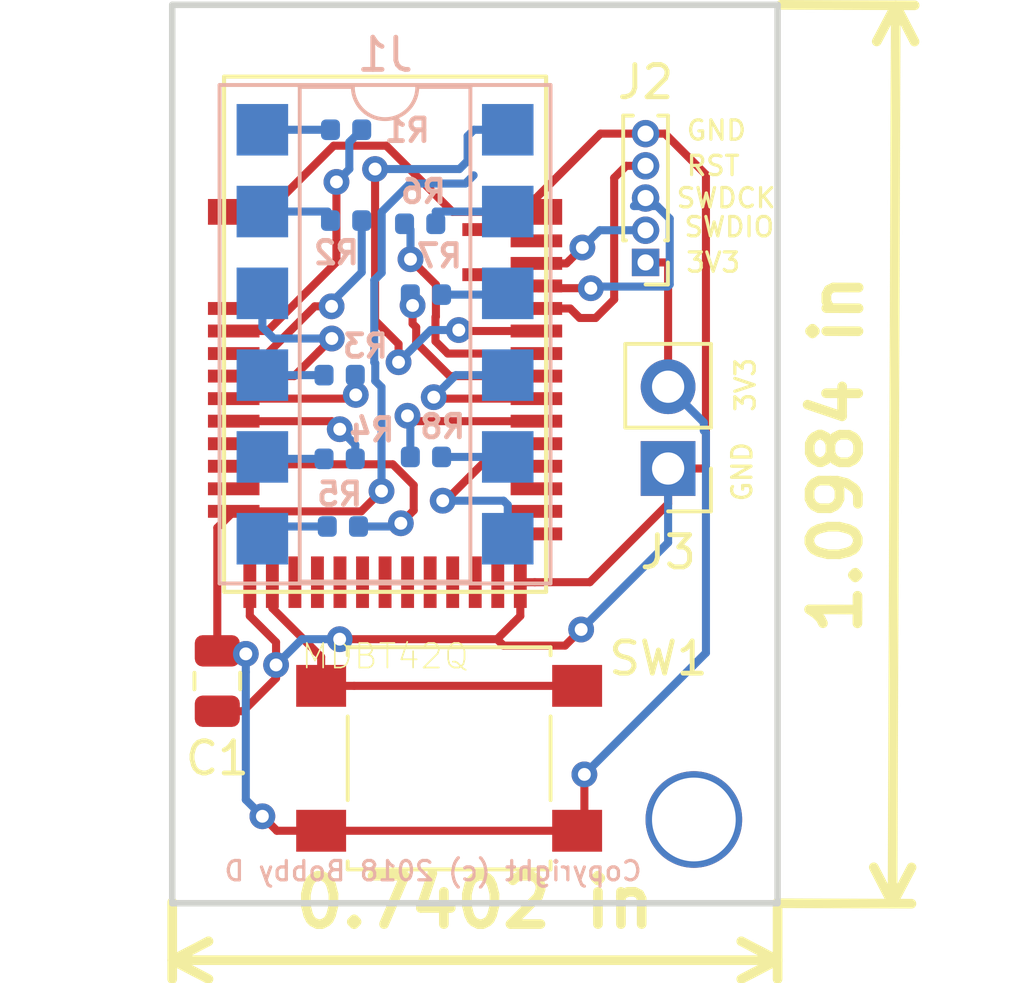
<source format=kicad_pcb>
(kicad_pcb (version 20171130) (host pcbnew "(5.0.0-3-g5ebb6b6)")

  (general
    (thickness 0.8)
    (drawings 14)
    (tracks 209)
    (zones 0)
    (modules 14)
    (nets 27)
  )

  (page A4)
  (layers
    (0 F.Cu signal)
    (31 B.Cu signal)
    (32 B.Adhes user)
    (33 F.Adhes user)
    (34 B.Paste user)
    (35 F.Paste user)
    (36 B.SilkS user)
    (37 F.SilkS user)
    (38 B.Mask user)
    (39 F.Mask user)
    (40 Dwgs.User user)
    (41 Cmts.User user)
    (42 Eco1.User user)
    (43 Eco2.User user)
    (44 Edge.Cuts user)
    (45 Margin user)
    (46 B.CrtYd user)
    (47 F.CrtYd user)
    (48 B.Fab user)
    (49 F.Fab user)
  )

  (setup
    (last_trace_width 0.25)
    (trace_clearance 0.2)
    (zone_clearance 0.508)
    (zone_45_only no)
    (trace_min 0.2)
    (segment_width 0.2)
    (edge_width 0.15)
    (via_size 0.8)
    (via_drill 0.4)
    (via_min_size 0.4)
    (via_min_drill 0.3)
    (uvia_size 0.3)
    (uvia_drill 0.1)
    (uvias_allowed no)
    (uvia_min_size 0.2)
    (uvia_min_drill 0.1)
    (pcb_text_width 0.3)
    (pcb_text_size 1.5 1.5)
    (mod_edge_width 0.15)
    (mod_text_size 1 1)
    (mod_text_width 0.15)
    (pad_size 1.524 1.524)
    (pad_drill 0.762)
    (pad_to_mask_clearance 0.2)
    (aux_axis_origin 0 0)
    (visible_elements FFFDFF7F)
    (pcbplotparams
      (layerselection 0x010fc_ffffffff)
      (usegerberextensions false)
      (usegerberattributes false)
      (usegerberadvancedattributes false)
      (creategerberjobfile false)
      (excludeedgelayer true)
      (linewidth 0.100000)
      (plotframeref false)
      (viasonmask false)
      (mode 1)
      (useauxorigin false)
      (hpglpennumber 1)
      (hpglpenspeed 20)
      (hpglpendiameter 15.000000)
      (psnegative false)
      (psa4output false)
      (plotreference true)
      (plotvalue true)
      (plotinvisibletext false)
      (padsonsilk false)
      (subtractmaskfromsilk false)
      (outputformat 4)
      (mirror false)
      (drillshape 0)
      (scaleselection 1)
      (outputdirectory "./"))
  )

  (net 0 "")
  (net 1 /K1)
  (net 2 /Ag)
  (net 3 /Ae)
  (net 4 /Ad)
  (net 5 /Ac)
  (net 6 /Af)
  (net 7 /K3)
  (net 8 /K2)
  (net 9 /A.)
  (net 10 /Ab)
  (net 11 /K4)
  (net 12 /Aa)
  (net 13 "Net-(R1-Pad1)")
  (net 14 "Net-(R2-Pad1)")
  (net 15 "Net-(R3-Pad1)")
  (net 16 "Net-(R4-Pad1)")
  (net 17 "Net-(R5-Pad1)")
  (net 18 "Net-(R6-Pad2)")
  (net 19 "Net-(R7-Pad2)")
  (net 20 "Net-(R8-Pad2)")
  (net 21 +3V3)
  (net 22 GND)
  (net 23 "Net-(SW1-Pad1)")
  (net 24 /SWDIO)
  (net 25 /SWDCK)
  (net 26 /tRST)

  (net_class Default "This is the default net class."
    (clearance 0.2)
    (trace_width 0.25)
    (via_dia 0.8)
    (via_drill 0.4)
    (uvia_dia 0.3)
    (uvia_drill 0.1)
    (add_net +3V3)
    (add_net /A.)
    (add_net /Aa)
    (add_net /Ab)
    (add_net /Ac)
    (add_net /Ad)
    (add_net /Ae)
    (add_net /Af)
    (add_net /Ag)
    (add_net /K1)
    (add_net /K2)
    (add_net /K3)
    (add_net /K4)
    (add_net /SWDCK)
    (add_net /SWDIO)
    (add_net /tRST)
    (add_net GND)
    (add_net "Net-(R1-Pad1)")
    (add_net "Net-(R2-Pad1)")
    (add_net "Net-(R3-Pad1)")
    (add_net "Net-(R4-Pad1)")
    (add_net "Net-(R5-Pad1)")
    (add_net "Net-(R6-Pad2)")
    (add_net "Net-(R7-Pad2)")
    (add_net "Net-(R8-Pad2)")
    (add_net "Net-(SW1-Pad1)")
  )

  (module Resistor_SMD:R_0402_1005Metric (layer B.Cu) (tedit 5BC164FB) (tstamp 5BD9A3B3)
    (at 104.2 81.28 180)
    (descr "Resistor SMD 0402 (1005 Metric), square (rectangular) end terminal, IPC_7351 nominal, (Body size source: http://www.tortai-tech.com/upload/download/2011102023233369053.pdf), generated with kicad-footprint-generator")
    (tags resistor)
    (path /5BC1233C)
    (attr smd)
    (fp_text reference R1 (at -1.9 -0.02 180) (layer B.SilkS)
      (effects (font (size 0.7 0.7) (thickness 0.15)) (justify mirror))
    )
    (fp_text value 220 (at 0 -1.17 180) (layer B.Fab)
      (effects (font (size 1 1) (thickness 0.15)) (justify mirror))
    )
    (fp_text user %R (at 0 0 180) (layer B.Fab)
      (effects (font (size 0.25 0.25) (thickness 0.04)) (justify mirror))
    )
    (fp_line (start 0.93 -0.47) (end -0.93 -0.47) (layer B.CrtYd) (width 0.05))
    (fp_line (start 0.93 0.47) (end 0.93 -0.47) (layer B.CrtYd) (width 0.05))
    (fp_line (start -0.93 0.47) (end 0.93 0.47) (layer B.CrtYd) (width 0.05))
    (fp_line (start -0.93 -0.47) (end -0.93 0.47) (layer B.CrtYd) (width 0.05))
    (fp_line (start 0.5 -0.25) (end -0.5 -0.25) (layer B.Fab) (width 0.1))
    (fp_line (start 0.5 0.25) (end 0.5 -0.25) (layer B.Fab) (width 0.1))
    (fp_line (start -0.5 0.25) (end 0.5 0.25) (layer B.Fab) (width 0.1))
    (fp_line (start -0.5 -0.25) (end -0.5 0.25) (layer B.Fab) (width 0.1))
    (pad 2 smd roundrect (at 0.485 0 180) (size 0.59 0.64) (layers B.Cu B.Paste B.Mask) (roundrect_rratio 0.25)
      (net 12 /Aa))
    (pad 1 smd roundrect (at -0.485 0 180) (size 0.59 0.64) (layers B.Cu B.Paste B.Mask) (roundrect_rratio 0.25)
      (net 13 "Net-(R1-Pad1)"))
    (model ${KISYS3DMOD}/Resistor_SMD.3dshapes/R_0402_1005Metric.wrl
      (at (xyz 0 0 0))
      (scale (xyz 1 1 1))
      (rotate (xyz 0 0 0))
    )
  )

  (module Resistor_SMD:R_0402_1005Metric (layer B.Cu) (tedit 5BC164EA) (tstamp 5BCD5BA7)
    (at 104.2 84.1 180)
    (descr "Resistor SMD 0402 (1005 Metric), square (rectangular) end terminal, IPC_7351 nominal, (Body size source: http://www.tortai-tech.com/upload/download/2011102023233369053.pdf), generated with kicad-footprint-generator")
    (tags resistor)
    (path /5BC12318)
    (attr smd)
    (fp_text reference R2 (at 0.3 -1 180) (layer B.SilkS)
      (effects (font (size 0.7 0.7) (thickness 0.15)) (justify mirror))
    )
    (fp_text value 220 (at 0 -1.17 180) (layer B.Fab)
      (effects (font (size 1 1) (thickness 0.15)) (justify mirror))
    )
    (fp_line (start -0.5 -0.25) (end -0.5 0.25) (layer B.Fab) (width 0.1))
    (fp_line (start -0.5 0.25) (end 0.5 0.25) (layer B.Fab) (width 0.1))
    (fp_line (start 0.5 0.25) (end 0.5 -0.25) (layer B.Fab) (width 0.1))
    (fp_line (start 0.5 -0.25) (end -0.5 -0.25) (layer B.Fab) (width 0.1))
    (fp_line (start -0.93 -0.47) (end -0.93 0.47) (layer B.CrtYd) (width 0.05))
    (fp_line (start -0.93 0.47) (end 0.93 0.47) (layer B.CrtYd) (width 0.05))
    (fp_line (start 0.93 0.47) (end 0.93 -0.47) (layer B.CrtYd) (width 0.05))
    (fp_line (start 0.93 -0.47) (end -0.93 -0.47) (layer B.CrtYd) (width 0.05))
    (fp_text user %R (at 0 0 180) (layer B.Fab)
      (effects (font (size 0.25 0.25) (thickness 0.04)) (justify mirror))
    )
    (pad 1 smd roundrect (at -0.485 0 180) (size 0.59 0.64) (layers B.Cu B.Paste B.Mask) (roundrect_rratio 0.25)
      (net 14 "Net-(R2-Pad1)"))
    (pad 2 smd roundrect (at 0.485 0 180) (size 0.59 0.64) (layers B.Cu B.Paste B.Mask) (roundrect_rratio 0.25)
      (net 10 /Ab))
    (model ${KISYS3DMOD}/Resistor_SMD.3dshapes/R_0402_1005Metric.wrl
      (at (xyz 0 0 0))
      (scale (xyz 1 1 1))
      (rotate (xyz 0 0 0))
    )
  )

  (module Resistor_SMD:R_0402_1005Metric (layer B.Cu) (tedit 5BC164DC) (tstamp 5BCD5BB6)
    (at 104 88.9 180)
    (descr "Resistor SMD 0402 (1005 Metric), square (rectangular) end terminal, IPC_7351 nominal, (Body size source: http://www.tortai-tech.com/upload/download/2011102023233369053.pdf), generated with kicad-footprint-generator")
    (tags resistor)
    (path /5BC122FA)
    (attr smd)
    (fp_text reference R3 (at -0.8 0.9 180) (layer B.SilkS)
      (effects (font (size 0.7 0.7) (thickness 0.15)) (justify mirror))
    )
    (fp_text value 220 (at 0 -1.17 180) (layer B.Fab)
      (effects (font (size 1 1) (thickness 0.15)) (justify mirror))
    )
    (fp_text user %R (at 0 0 180) (layer B.Fab)
      (effects (font (size 0.25 0.25) (thickness 0.04)) (justify mirror))
    )
    (fp_line (start 0.93 -0.47) (end -0.93 -0.47) (layer B.CrtYd) (width 0.05))
    (fp_line (start 0.93 0.47) (end 0.93 -0.47) (layer B.CrtYd) (width 0.05))
    (fp_line (start -0.93 0.47) (end 0.93 0.47) (layer B.CrtYd) (width 0.05))
    (fp_line (start -0.93 -0.47) (end -0.93 0.47) (layer B.CrtYd) (width 0.05))
    (fp_line (start 0.5 -0.25) (end -0.5 -0.25) (layer B.Fab) (width 0.1))
    (fp_line (start 0.5 0.25) (end 0.5 -0.25) (layer B.Fab) (width 0.1))
    (fp_line (start -0.5 0.25) (end 0.5 0.25) (layer B.Fab) (width 0.1))
    (fp_line (start -0.5 -0.25) (end -0.5 0.25) (layer B.Fab) (width 0.1))
    (pad 2 smd roundrect (at 0.485 0 180) (size 0.59 0.64) (layers B.Cu B.Paste B.Mask) (roundrect_rratio 0.25)
      (net 6 /Af))
    (pad 1 smd roundrect (at -0.485 0 180) (size 0.59 0.64) (layers B.Cu B.Paste B.Mask) (roundrect_rratio 0.25)
      (net 15 "Net-(R3-Pad1)"))
    (model ${KISYS3DMOD}/Resistor_SMD.3dshapes/R_0402_1005Metric.wrl
      (at (xyz 0 0 0))
      (scale (xyz 1 1 1))
      (rotate (xyz 0 0 0))
    )
  )

  (module Resistor_SMD:R_0402_1005Metric (layer B.Cu) (tedit 5BC164C6) (tstamp 5BCD5BC5)
    (at 104 91.5 180)
    (descr "Resistor SMD 0402 (1005 Metric), square (rectangular) end terminal, IPC_7351 nominal, (Body size source: http://www.tortai-tech.com/upload/download/2011102023233369053.pdf), generated with kicad-footprint-generator")
    (tags resistor)
    (path /5BC122DE)
    (attr smd)
    (fp_text reference R4 (at -1 0.9 180) (layer B.SilkS)
      (effects (font (size 0.7 0.7) (thickness 0.15)) (justify mirror))
    )
    (fp_text value 220 (at 0 -1.17 180) (layer B.Fab)
      (effects (font (size 1 1) (thickness 0.15)) (justify mirror))
    )
    (fp_line (start -0.5 -0.25) (end -0.5 0.25) (layer B.Fab) (width 0.1))
    (fp_line (start -0.5 0.25) (end 0.5 0.25) (layer B.Fab) (width 0.1))
    (fp_line (start 0.5 0.25) (end 0.5 -0.25) (layer B.Fab) (width 0.1))
    (fp_line (start 0.5 -0.25) (end -0.5 -0.25) (layer B.Fab) (width 0.1))
    (fp_line (start -0.93 -0.47) (end -0.93 0.47) (layer B.CrtYd) (width 0.05))
    (fp_line (start -0.93 0.47) (end 0.93 0.47) (layer B.CrtYd) (width 0.05))
    (fp_line (start 0.93 0.47) (end 0.93 -0.47) (layer B.CrtYd) (width 0.05))
    (fp_line (start 0.93 -0.47) (end -0.93 -0.47) (layer B.CrtYd) (width 0.05))
    (fp_text user %R (at 0 0 180) (layer B.Fab)
      (effects (font (size 0.25 0.25) (thickness 0.04)) (justify mirror))
    )
    (pad 1 smd roundrect (at -0.485 0 180) (size 0.59 0.64) (layers B.Cu B.Paste B.Mask) (roundrect_rratio 0.25)
      (net 16 "Net-(R4-Pad1)"))
    (pad 2 smd roundrect (at 0.485 0 180) (size 0.59 0.64) (layers B.Cu B.Paste B.Mask) (roundrect_rratio 0.25)
      (net 4 /Ad))
    (model ${KISYS3DMOD}/Resistor_SMD.3dshapes/R_0402_1005Metric.wrl
      (at (xyz 0 0 0))
      (scale (xyz 1 1 1))
      (rotate (xyz 0 0 0))
    )
  )

  (module Resistor_SMD:R_0402_1005Metric (layer B.Cu) (tedit 5BC164B6) (tstamp 5BCD5BD4)
    (at 104.1 93.6 180)
    (descr "Resistor SMD 0402 (1005 Metric), square (rectangular) end terminal, IPC_7351 nominal, (Body size source: http://www.tortai-tech.com/upload/download/2011102023233369053.pdf), generated with kicad-footprint-generator")
    (tags resistor)
    (path /5BC12288)
    (attr smd)
    (fp_text reference R5 (at 0.1 1 180) (layer B.SilkS)
      (effects (font (size 0.7 0.7) (thickness 0.15)) (justify mirror))
    )
    (fp_text value 220 (at 0 -1.17 180) (layer B.Fab)
      (effects (font (size 1 1) (thickness 0.15)) (justify mirror))
    )
    (fp_text user %R (at 0 0 180) (layer B.Fab)
      (effects (font (size 0.25 0.25) (thickness 0.04)) (justify mirror))
    )
    (fp_line (start 0.93 -0.47) (end -0.93 -0.47) (layer B.CrtYd) (width 0.05))
    (fp_line (start 0.93 0.47) (end 0.93 -0.47) (layer B.CrtYd) (width 0.05))
    (fp_line (start -0.93 0.47) (end 0.93 0.47) (layer B.CrtYd) (width 0.05))
    (fp_line (start -0.93 -0.47) (end -0.93 0.47) (layer B.CrtYd) (width 0.05))
    (fp_line (start 0.5 -0.25) (end -0.5 -0.25) (layer B.Fab) (width 0.1))
    (fp_line (start 0.5 0.25) (end 0.5 -0.25) (layer B.Fab) (width 0.1))
    (fp_line (start -0.5 0.25) (end 0.5 0.25) (layer B.Fab) (width 0.1))
    (fp_line (start -0.5 -0.25) (end -0.5 0.25) (layer B.Fab) (width 0.1))
    (pad 2 smd roundrect (at 0.485 0 180) (size 0.59 0.64) (layers B.Cu B.Paste B.Mask) (roundrect_rratio 0.25)
      (net 2 /Ag))
    (pad 1 smd roundrect (at -0.485 0 180) (size 0.59 0.64) (layers B.Cu B.Paste B.Mask) (roundrect_rratio 0.25)
      (net 17 "Net-(R5-Pad1)"))
    (model ${KISYS3DMOD}/Resistor_SMD.3dshapes/R_0402_1005Metric.wrl
      (at (xyz 0 0 0))
      (scale (xyz 1 1 1))
      (rotate (xyz 0 0 0))
    )
  )

  (module Resistor_SMD:R_0402_1005Metric (layer B.Cu) (tedit 5BC1652C) (tstamp 5BCD5BE3)
    (at 106.5 84.2 180)
    (descr "Resistor SMD 0402 (1005 Metric), square (rectangular) end terminal, IPC_7351 nominal, (Body size source: http://www.tortai-tech.com/upload/download/2011102023233369053.pdf), generated with kicad-footprint-generator")
    (tags resistor)
    (path /5BC121FC)
    (attr smd)
    (fp_text reference R6 (at -0.1 1 180) (layer B.SilkS)
      (effects (font (size 0.7 0.7) (thickness 0.15)) (justify mirror))
    )
    (fp_text value 220 (at 0 -1.17 180) (layer B.Fab)
      (effects (font (size 1 1) (thickness 0.15)) (justify mirror))
    )
    (fp_line (start -0.5 -0.25) (end -0.5 0.25) (layer B.Fab) (width 0.1))
    (fp_line (start -0.5 0.25) (end 0.5 0.25) (layer B.Fab) (width 0.1))
    (fp_line (start 0.5 0.25) (end 0.5 -0.25) (layer B.Fab) (width 0.1))
    (fp_line (start 0.5 -0.25) (end -0.5 -0.25) (layer B.Fab) (width 0.1))
    (fp_line (start -0.93 -0.47) (end -0.93 0.47) (layer B.CrtYd) (width 0.05))
    (fp_line (start -0.93 0.47) (end 0.93 0.47) (layer B.CrtYd) (width 0.05))
    (fp_line (start 0.93 0.47) (end 0.93 -0.47) (layer B.CrtYd) (width 0.05))
    (fp_line (start 0.93 -0.47) (end -0.93 -0.47) (layer B.CrtYd) (width 0.05))
    (fp_text user %R (at 0 0 180) (layer B.Fab)
      (effects (font (size 0.25 0.25) (thickness 0.04)) (justify mirror))
    )
    (pad 1 smd roundrect (at -0.485 0 180) (size 0.59 0.64) (layers B.Cu B.Paste B.Mask) (roundrect_rratio 0.25)
      (net 3 /Ae))
    (pad 2 smd roundrect (at 0.485 0 180) (size 0.59 0.64) (layers B.Cu B.Paste B.Mask) (roundrect_rratio 0.25)
      (net 18 "Net-(R6-Pad2)"))
    (model ${KISYS3DMOD}/Resistor_SMD.3dshapes/R_0402_1005Metric.wrl
      (at (xyz 0 0 0))
      (scale (xyz 1 1 1))
      (rotate (xyz 0 0 0))
    )
  )

  (module Resistor_SMD:R_0402_1005Metric (layer B.Cu) (tedit 5BC16513) (tstamp 5BCD5BF2)
    (at 106.68 86.4 180)
    (descr "Resistor SMD 0402 (1005 Metric), square (rectangular) end terminal, IPC_7351 nominal, (Body size source: http://www.tortai-tech.com/upload/download/2011102023233369053.pdf), generated with kicad-footprint-generator")
    (tags resistor)
    (path /5BC12255)
    (attr smd)
    (fp_text reference R7 (at -0.42 1.2 180) (layer B.SilkS)
      (effects (font (size 0.7 0.7) (thickness 0.15)) (justify mirror))
    )
    (fp_text value 220 (at 0 -1.17 180) (layer B.Fab)
      (effects (font (size 1 1) (thickness 0.15)) (justify mirror))
    )
    (fp_text user %R (at 0 0 180) (layer B.Fab)
      (effects (font (size 0.25 0.25) (thickness 0.04)) (justify mirror))
    )
    (fp_line (start 0.93 -0.47) (end -0.93 -0.47) (layer B.CrtYd) (width 0.05))
    (fp_line (start 0.93 0.47) (end 0.93 -0.47) (layer B.CrtYd) (width 0.05))
    (fp_line (start -0.93 0.47) (end 0.93 0.47) (layer B.CrtYd) (width 0.05))
    (fp_line (start -0.93 -0.47) (end -0.93 0.47) (layer B.CrtYd) (width 0.05))
    (fp_line (start 0.5 -0.25) (end -0.5 -0.25) (layer B.Fab) (width 0.1))
    (fp_line (start 0.5 0.25) (end 0.5 -0.25) (layer B.Fab) (width 0.1))
    (fp_line (start -0.5 0.25) (end 0.5 0.25) (layer B.Fab) (width 0.1))
    (fp_line (start -0.5 -0.25) (end -0.5 0.25) (layer B.Fab) (width 0.1))
    (pad 2 smd roundrect (at 0.485 0 180) (size 0.59 0.64) (layers B.Cu B.Paste B.Mask) (roundrect_rratio 0.25)
      (net 19 "Net-(R7-Pad2)"))
    (pad 1 smd roundrect (at -0.485 0 180) (size 0.59 0.64) (layers B.Cu B.Paste B.Mask) (roundrect_rratio 0.25)
      (net 5 /Ac))
    (model ${KISYS3DMOD}/Resistor_SMD.3dshapes/R_0402_1005Metric.wrl
      (at (xyz 0 0 0))
      (scale (xyz 1 1 1))
      (rotate (xyz 0 0 0))
    )
  )

  (module Resistor_SMD:R_0402_1005Metric (layer B.Cu) (tedit 5BC16541) (tstamp 5BCD5C01)
    (at 106.68 91.44 180)
    (descr "Resistor SMD 0402 (1005 Metric), square (rectangular) end terminal, IPC_7351 nominal, (Body size source: http://www.tortai-tech.com/upload/download/2011102023233369053.pdf), generated with kicad-footprint-generator")
    (tags resistor)
    (path /5BC1226B)
    (attr smd)
    (fp_text reference R8 (at -0.52 0.94 180) (layer B.SilkS)
      (effects (font (size 0.7 0.7) (thickness 0.15)) (justify mirror))
    )
    (fp_text value 220 (at 0 -1.17 180) (layer B.Fab)
      (effects (font (size 1 1) (thickness 0.15)) (justify mirror))
    )
    (fp_line (start -0.5 -0.25) (end -0.5 0.25) (layer B.Fab) (width 0.1))
    (fp_line (start -0.5 0.25) (end 0.5 0.25) (layer B.Fab) (width 0.1))
    (fp_line (start 0.5 0.25) (end 0.5 -0.25) (layer B.Fab) (width 0.1))
    (fp_line (start 0.5 -0.25) (end -0.5 -0.25) (layer B.Fab) (width 0.1))
    (fp_line (start -0.93 -0.47) (end -0.93 0.47) (layer B.CrtYd) (width 0.05))
    (fp_line (start -0.93 0.47) (end 0.93 0.47) (layer B.CrtYd) (width 0.05))
    (fp_line (start 0.93 0.47) (end 0.93 -0.47) (layer B.CrtYd) (width 0.05))
    (fp_line (start 0.93 -0.47) (end -0.93 -0.47) (layer B.CrtYd) (width 0.05))
    (fp_text user %R (at 0 0 180) (layer B.Fab)
      (effects (font (size 0.25 0.25) (thickness 0.04)) (justify mirror))
    )
    (pad 1 smd roundrect (at -0.485 0 180) (size 0.59 0.64) (layers B.Cu B.Paste B.Mask) (roundrect_rratio 0.25)
      (net 9 /A.))
    (pad 2 smd roundrect (at 0.485 0 180) (size 0.59 0.64) (layers B.Cu B.Paste B.Mask) (roundrect_rratio 0.25)
      (net 20 "Net-(R8-Pad2)"))
    (model ${KISYS3DMOD}/Resistor_SMD.3dshapes/R_0402_1005Metric.wrl
      (at (xyz 0 0 0))
      (scale (xyz 1 1 1))
      (rotate (xyz 0 0 0))
    )
  )

  (module MDBT42Q:MDBT42Q (layer F.Cu) (tedit 5A4EE07B) (tstamp 5BE8BD88)
    (at 105.41 87.63)
    (path /5BC11F66)
    (attr smd)
    (fp_text reference U1 (at -5.71 -9.53) (layer F.Fab)
      (effects (font (size 0.762 0.762) (thickness 0.0508)))
    )
    (fp_text value MDBT42Q (at 0 10) (layer F.SilkS)
      (effects (font (size 0.762 0.762) (thickness 0.0508)))
    )
    (fp_line (start 3.9 -4.2) (end 3.9 -1.1) (layer Cmts.User) (width 0.05))
    (fp_line (start 5.3 -8) (end 5.3 -4.2) (layer Cmts.User) (width 0.1))
    (fp_line (start -6 9) (end 6 9) (layer F.CrtYd) (width 0.15))
    (fp_line (start -6 -9) (end -6 9) (layer F.CrtYd) (width 0.15))
    (fp_line (start 6 -9) (end -6 -9) (layer F.CrtYd) (width 0.15))
    (fp_line (start 6 9) (end 6 -9) (layer F.CrtYd) (width 0.15))
    (fp_text user "Top layer no ground" (at 1.7 -2.5) (layer Cmts.User)
      (effects (font (size 0.25 0.25) (thickness 0.025)))
    )
    (fp_text user "No ground pad" (at 0 -6) (layer Cmts.User)
      (effects (font (size 0.8 0.8) (thickness 0.075)))
    )
    (fp_line (start -0.5 -4.2) (end 3.9 -4.2) (layer Cmts.User) (width 0.05))
    (fp_line (start -0.5 -1.1) (end 3.9 -1.1) (layer Cmts.User) (width 0.05))
    (fp_line (start -0.5 -4.2) (end -0.5 -1.1) (layer Cmts.User) (width 0.05842))
    (fp_line (start -5.3 -4.2) (end 5.3 -4.2) (layer Cmts.User) (width 0.1))
    (fp_line (start -5.3 -8) (end -5.3 -4.2) (layer Cmts.User) (width 0.1))
    (fp_line (start -5.3 -8) (end 5.3 -8) (layer Cmts.User) (width 0.1))
    (fp_line (start -5 8) (end -5 -8) (layer F.SilkS) (width 0.127))
    (fp_line (start 5 8) (end -5 8) (layer F.SilkS) (width 0.127))
    (fp_line (start 5 -8) (end 5 8) (layer F.SilkS) (width 0.127))
    (fp_line (start -5 -8) (end 5 -8) (layer F.SilkS) (width 0.127))
    (pad 11 smd rect (at -4.7 5.5) (size 1.6 0.4) (layers F.Cu F.Paste F.Mask)
      (net 21 +3V3))
    (pad 10 smd rect (at -4.7 4.8) (size 1.6 0.4) (layers F.Cu F.Paste F.Mask))
    (pad 9 smd rect (at -4.7 4.1) (size 1.6 0.4) (layers F.Cu F.Paste F.Mask))
    (pad 8 smd rect (at -4.7 3.4) (size 1.6 0.4) (layers F.Cu F.Paste F.Mask)
      (net 17 "Net-(R5-Pad1)"))
    (pad 7 smd rect (at -4.7 2.7) (size 1.6 0.4) (layers F.Cu F.Paste F.Mask)
      (net 16 "Net-(R4-Pad1)"))
    (pad 6 smd rect (at -4.7 2) (size 1.6 0.4) (layers F.Cu F.Paste F.Mask)
      (net 15 "Net-(R3-Pad1)"))
    (pad 5 smd rect (at -4.7 1.3) (size 1.6 0.4) (layers F.Cu F.Paste F.Mask)
      (net 8 /K2))
    (pad 4 smd rect (at -4.7 0.6) (size 1.6 0.4) (layers F.Cu F.Paste F.Mask)
      (net 14 "Net-(R2-Pad1)"))
    (pad 3 smd rect (at -4.7 -0.1) (size 1.6 0.4) (layers F.Cu F.Paste F.Mask)
      (net 13 "Net-(R1-Pad1)"))
    (pad 2 smd rect (at -4.7 -0.8) (size 1.6 0.4) (layers F.Cu F.Paste F.Mask))
    (pad 38 smd rect (at 4.7 -2.9 180) (size 1.6 0.4) (layers F.Cu F.Paste F.Mask))
    (pad 37 smd rect (at 4.7 -2.2 180) (size 1.6 0.4) (layers F.Cu F.Paste F.Mask)
      (net 24 /SWDIO))
    (pad 36 smd rect (at 4.7 -1.5 180) (size 1.6 0.4) (layers F.Cu F.Paste F.Mask)
      (net 25 /SWDCK))
    (pad 35 smd rect (at 4.7 -0.8 180) (size 1.6 0.4) (layers F.Cu F.Paste F.Mask)
      (net 26 /tRST))
    (pad 34 smd rect (at 4.7 -0.1 180) (size 1.6 0.4) (layers F.Cu F.Paste F.Mask)
      (net 1 /K1))
    (pad 33 smd rect (at 4.7 0.6 180) (size 1.6 0.4) (layers F.Cu F.Paste F.Mask)
      (net 18 "Net-(R6-Pad2)"))
    (pad 32 smd rect (at 4.7 1.3 180) (size 1.6 0.4) (layers F.Cu F.Paste F.Mask)
      (net 19 "Net-(R7-Pad2)"))
    (pad 31 smd rect (at 4.7 2 180) (size 1.6 0.4) (layers F.Cu F.Paste F.Mask)
      (net 7 /K3))
    (pad 30 smd rect (at 4.7 2.7 180) (size 1.6 0.4) (layers F.Cu F.Paste F.Mask)
      (net 20 "Net-(R8-Pad2)"))
    (pad 29 smd rect (at 4.7 3.4 180) (size 1.6 0.4) (layers F.Cu F.Paste F.Mask)
      (net 11 /K4))
    (pad 28 smd rect (at 4.7 4.1 180) (size 1.6 0.4) (layers F.Cu F.Paste F.Mask))
    (pad 27 smd rect (at 4.7 4.8 180) (size 1.6 0.4) (layers F.Cu F.Paste F.Mask))
    (pad 26 smd rect (at 4.7 5.5 180) (size 1.6 0.4) (layers F.Cu F.Paste F.Mask))
    (pad 24 smd rect (at 4.2 7.7 90) (size 1.6 0.4) (layers F.Cu F.Paste F.Mask)
      (net 22 GND))
    (pad 23 smd rect (at 3.5 7.7 90) (size 1.6 0.4) (layers F.Cu F.Paste F.Mask))
    (pad 22 smd rect (at 2.8 7.7 90) (size 1.6 0.4) (layers F.Cu F.Paste F.Mask))
    (pad 21 smd rect (at 2.1 7.7 90) (size 1.6 0.4) (layers F.Cu F.Paste F.Mask))
    (pad 20 smd rect (at 1.4 7.7 90) (size 1.6 0.4) (layers F.Cu F.Paste F.Mask))
    (pad 19 smd rect (at 0.7 7.7 90) (size 1.6 0.4) (layers F.Cu F.Paste F.Mask))
    (pad 18 smd rect (at 0 7.7 90) (size 1.6 0.4) (layers F.Cu F.Paste F.Mask))
    (pad 17 smd rect (at -0.7 7.7 90) (size 1.6 0.4) (layers F.Cu F.Paste F.Mask))
    (pad 16 smd rect (at -1.4 7.7 90) (size 1.6 0.4) (layers F.Cu F.Paste F.Mask))
    (pad 15 smd rect (at -2.1 7.7 90) (size 1.6 0.4) (layers F.Cu F.Paste F.Mask))
    (pad 14 smd rect (at -2.8 7.7 90) (size 1.6 0.4) (layers F.Cu F.Paste F.Mask))
    (pad 13 smd rect (at -3.5 7.7 90) (size 1.6 0.4) (layers F.Cu F.Paste F.Mask)
      (net 23 "Net-(SW1-Pad1)"))
    (pad 41 smd rect (at 2.9 -1.85 180) (size 1 0.4) (layers F.Cu F.Paste F.Mask))
    (pad 40 smd rect (at 2.9 -3.25 180) (size 1 0.4) (layers F.Cu F.Paste F.Mask))
    (pad 39 smd rect (at 4.7 -3.8 180) (size 1.6 0.8) (layers F.Cu F.Paste F.Mask)
      (net 22 GND))
    (pad 25 smd rect (at 4.7 6.2 180) (size 1.6 0.4) (layers F.Cu F.Paste F.Mask))
    (pad 12 smd rect (at -4.2 7.7 90) (size 1.6 0.4) (layers F.Cu F.Paste F.Mask)
      (net 22 GND))
    (pad 1 smd rect (at -4.7 -3.8) (size 1.6 0.8) (layers F.Cu F.Paste F.Mask)
      (net 22 GND))
  )

  (module Package_DIP:DIP-12_W7.62mm_SMDSocket_SmallPads (layer B.Cu) (tedit 5A02E8C5) (tstamp 5BD9A33A)
    (at 105.41 87.63 180)
    (descr "12-lead though-hole mounted DIP package, row spacing 7.62 mm (300 mils), SMDSocket, SmallPads")
    (tags "THT DIP DIL PDIP 2.54mm 7.62mm 300mil SMDSocket SmallPads")
    (path /5BC11D2D)
    (attr smd)
    (fp_text reference J1 (at 0 8.68 180) (layer B.SilkS)
      (effects (font (size 1 1) (thickness 0.15)) (justify mirror))
    )
    (fp_text value Conn_02x06_Counter_Clockwise (at 0 -8.68 180) (layer B.Fab)
      (effects (font (size 1 1) (thickness 0.15)) (justify mirror))
    )
    (fp_arc (start 0 7.68) (end -1 7.68) (angle 180) (layer B.SilkS) (width 0.12))
    (fp_line (start -2.175 7.62) (end 3.175 7.62) (layer B.Fab) (width 0.1))
    (fp_line (start 3.175 7.62) (end 3.175 -7.62) (layer B.Fab) (width 0.1))
    (fp_line (start 3.175 -7.62) (end -3.175 -7.62) (layer B.Fab) (width 0.1))
    (fp_line (start -3.175 -7.62) (end -3.175 6.62) (layer B.Fab) (width 0.1))
    (fp_line (start -3.175 6.62) (end -2.175 7.62) (layer B.Fab) (width 0.1))
    (fp_line (start -5.08 7.68) (end -5.08 -7.68) (layer B.Fab) (width 0.1))
    (fp_line (start -5.08 -7.68) (end 5.08 -7.68) (layer B.Fab) (width 0.1))
    (fp_line (start 5.08 -7.68) (end 5.08 7.68) (layer B.Fab) (width 0.1))
    (fp_line (start 5.08 7.68) (end -5.08 7.68) (layer B.Fab) (width 0.1))
    (fp_line (start -1 7.68) (end -2.65 7.68) (layer B.SilkS) (width 0.12))
    (fp_line (start -2.65 7.68) (end -2.65 -7.68) (layer B.SilkS) (width 0.12))
    (fp_line (start -2.65 -7.68) (end 2.65 -7.68) (layer B.SilkS) (width 0.12))
    (fp_line (start 2.65 -7.68) (end 2.65 7.68) (layer B.SilkS) (width 0.12))
    (fp_line (start 2.65 7.68) (end 1 7.68) (layer B.SilkS) (width 0.12))
    (fp_line (start -5.14 7.74) (end -5.14 -7.74) (layer B.SilkS) (width 0.12))
    (fp_line (start -5.14 -7.74) (end 5.14 -7.74) (layer B.SilkS) (width 0.12))
    (fp_line (start 5.14 -7.74) (end 5.14 7.74) (layer B.SilkS) (width 0.12))
    (fp_line (start 5.14 7.74) (end -5.14 7.74) (layer B.SilkS) (width 0.12))
    (fp_line (start -5.35 7.95) (end -5.35 -7.95) (layer B.CrtYd) (width 0.05))
    (fp_line (start -5.35 -7.95) (end 5.35 -7.95) (layer B.CrtYd) (width 0.05))
    (fp_line (start 5.35 -7.95) (end 5.35 7.95) (layer B.CrtYd) (width 0.05))
    (fp_line (start 5.35 7.95) (end -5.35 7.95) (layer B.CrtYd) (width 0.05))
    (fp_text user %R (at 0 0 180) (layer B.Fab)
      (effects (font (size 1 1) (thickness 0.15)) (justify mirror))
    )
    (pad 1 smd rect (at -3.81 6.35 180) (size 1.6 1.6) (layers B.Cu B.Paste B.Mask)
      (net 1 /K1))
    (pad 7 smd rect (at 3.81 -6.35 180) (size 1.6 1.6) (layers B.Cu B.Paste B.Mask)
      (net 2 /Ag))
    (pad 2 smd rect (at -3.81 3.81 180) (size 1.6 1.6) (layers B.Cu B.Paste B.Mask)
      (net 3 /Ae))
    (pad 8 smd rect (at 3.81 -3.81 180) (size 1.6 1.6) (layers B.Cu B.Paste B.Mask)
      (net 4 /Ad))
    (pad 3 smd rect (at -3.81 1.27 180) (size 1.6 1.6) (layers B.Cu B.Paste B.Mask)
      (net 5 /Ac))
    (pad 9 smd rect (at 3.81 -1.27 180) (size 1.6 1.6) (layers B.Cu B.Paste B.Mask)
      (net 6 /Af))
    (pad 4 smd rect (at -3.81 -1.27 180) (size 1.6 1.6) (layers B.Cu B.Paste B.Mask)
      (net 7 /K3))
    (pad 10 smd rect (at 3.81 1.27 180) (size 1.6 1.6) (layers B.Cu B.Paste B.Mask)
      (net 8 /K2))
    (pad 5 smd rect (at -3.81 -3.81 180) (size 1.6 1.6) (layers B.Cu B.Paste B.Mask)
      (net 9 /A.))
    (pad 11 smd rect (at 3.81 3.81 180) (size 1.6 1.6) (layers B.Cu B.Paste B.Mask)
      (net 10 /Ab))
    (pad 6 smd rect (at -3.81 -6.35 180) (size 1.6 1.6) (layers B.Cu B.Paste B.Mask)
      (net 11 /K4))
    (pad 12 smd rect (at 3.81 6.35 180) (size 1.6 1.6) (layers B.Cu B.Paste B.Mask)
      (net 12 /Aa))
    (model ${KISYS3DMOD}/Package_DIP.3dshapes/DIP-12_W7.62mm_SMDSocket.wrl
      (at (xyz 0 0 0))
      (scale (xyz 1 1 1))
      (rotate (xyz 0 0 0))
    )
  )

  (module Button_Switch_SMD:SW_SPST_B3S-1000 (layer F.Cu) (tedit 5A02FC95) (tstamp 5BCFD1F5)
    (at 107.4 100.8)
    (descr "Surface Mount Tactile Switch for High-Density Packaging")
    (tags "Tactile Switch")
    (path /5BC3C79B)
    (attr smd)
    (fp_text reference SW1 (at 6.5 -3.1) (layer F.SilkS)
      (effects (font (size 1 1) (thickness 0.15)))
    )
    (fp_text value SW_Push (at 0 4.5) (layer F.Fab)
      (effects (font (size 1 1) (thickness 0.15)))
    )
    (fp_text user %R (at 0 -2.4) (layer F.Fab)
      (effects (font (size 1 1) (thickness 0.15)))
    )
    (fp_line (start -5 3.7) (end 5 3.7) (layer F.CrtYd) (width 0.05))
    (fp_line (start 5 3.7) (end 5 -3.7) (layer F.CrtYd) (width 0.05))
    (fp_line (start 5 -3.7) (end -5 -3.7) (layer F.CrtYd) (width 0.05))
    (fp_line (start -5 -3.7) (end -5 3.7) (layer F.CrtYd) (width 0.05))
    (fp_line (start -3.15 -3.2) (end -3.15 -3.45) (layer F.SilkS) (width 0.12))
    (fp_line (start -3.15 -3.45) (end 3.15 -3.45) (layer F.SilkS) (width 0.12))
    (fp_line (start 3.15 -3.45) (end 3.15 -3.2) (layer F.SilkS) (width 0.12))
    (fp_line (start -3.15 1.3) (end -3.15 -1.3) (layer F.SilkS) (width 0.12))
    (fp_line (start 3.15 3.2) (end 3.15 3.45) (layer F.SilkS) (width 0.12))
    (fp_line (start 3.15 3.45) (end -3.15 3.45) (layer F.SilkS) (width 0.12))
    (fp_line (start -3.15 3.45) (end -3.15 3.2) (layer F.SilkS) (width 0.12))
    (fp_line (start 3.15 -1.3) (end 3.15 1.3) (layer F.SilkS) (width 0.12))
    (fp_circle (center 0 0) (end 1.65 0) (layer F.Fab) (width 0.1))
    (fp_line (start -3 -3.3) (end 3 -3.3) (layer F.Fab) (width 0.1))
    (fp_line (start 3 -3.3) (end 3 3.3) (layer F.Fab) (width 0.1))
    (fp_line (start 3 3.3) (end -3 3.3) (layer F.Fab) (width 0.1))
    (fp_line (start -3 3.3) (end -3 -3.3) (layer F.Fab) (width 0.1))
    (pad 1 smd rect (at -3.975 -2.25) (size 1.55 1.3) (layers F.Cu F.Paste F.Mask)
      (net 23 "Net-(SW1-Pad1)"))
    (pad 1 smd rect (at 3.975 -2.25) (size 1.55 1.3) (layers F.Cu F.Paste F.Mask)
      (net 23 "Net-(SW1-Pad1)"))
    (pad 2 smd rect (at -3.975 2.25) (size 1.55 1.3) (layers F.Cu F.Paste F.Mask)
      (net 21 +3V3))
    (pad 2 smd rect (at 3.975 2.25) (size 1.55 1.3) (layers F.Cu F.Paste F.Mask)
      (net 21 +3V3))
    (model ${KISYS3DMOD}/Button_Switch_SMD.3dshapes/SW_SPST_B3S-1000.wrl
      (at (xyz 0 0 0))
      (scale (xyz 1 1 1))
      (rotate (xyz 0 0 0))
    )
  )

  (module Connector_PinHeader_2.54mm:PinHeader_1x02_P2.54mm_Vertical (layer F.Cu) (tedit 59FED5CC) (tstamp 5BE8AD76)
    (at 114.2 91.8 180)
    (descr "Through hole straight pin header, 1x02, 2.54mm pitch, single row")
    (tags "Through hole pin header THT 1x02 2.54mm single row")
    (path /5BC319DE)
    (fp_text reference J3 (at 0 -2.6 180) (layer F.SilkS)
      (effects (font (size 1 1) (thickness 0.15)))
    )
    (fp_text value Conn_01x02_Female (at 0 4.87 180) (layer F.Fab)
      (effects (font (size 1 1) (thickness 0.15)))
    )
    (fp_line (start -0.635 -1.27) (end 1.27 -1.27) (layer F.Fab) (width 0.1))
    (fp_line (start 1.27 -1.27) (end 1.27 3.81) (layer F.Fab) (width 0.1))
    (fp_line (start 1.27 3.81) (end -1.27 3.81) (layer F.Fab) (width 0.1))
    (fp_line (start -1.27 3.81) (end -1.27 -0.635) (layer F.Fab) (width 0.1))
    (fp_line (start -1.27 -0.635) (end -0.635 -1.27) (layer F.Fab) (width 0.1))
    (fp_line (start -1.33 3.87) (end 1.33 3.87) (layer F.SilkS) (width 0.12))
    (fp_line (start -1.33 1.27) (end -1.33 3.87) (layer F.SilkS) (width 0.12))
    (fp_line (start 1.33 1.27) (end 1.33 3.87) (layer F.SilkS) (width 0.12))
    (fp_line (start -1.33 1.27) (end 1.33 1.27) (layer F.SilkS) (width 0.12))
    (fp_line (start -1.33 0) (end -1.33 -1.33) (layer F.SilkS) (width 0.12))
    (fp_line (start -1.33 -1.33) (end 0 -1.33) (layer F.SilkS) (width 0.12))
    (fp_line (start -1.8 -1.8) (end -1.8 4.35) (layer F.CrtYd) (width 0.05))
    (fp_line (start -1.8 4.35) (end 1.8 4.35) (layer F.CrtYd) (width 0.05))
    (fp_line (start 1.8 4.35) (end 1.8 -1.8) (layer F.CrtYd) (width 0.05))
    (fp_line (start 1.8 -1.8) (end -1.8 -1.8) (layer F.CrtYd) (width 0.05))
    (fp_text user %R (at 0 1.27 270) (layer F.Fab)
      (effects (font (size 1 1) (thickness 0.15)))
    )
    (pad 1 thru_hole rect (at 0 0 180) (size 1.7 1.7) (drill 1) (layers *.Cu *.Mask)
      (net 22 GND))
    (pad 2 thru_hole oval (at 0 2.54 180) (size 1.7 1.7) (drill 1) (layers *.Cu *.Mask)
      (net 21 +3V3))
    (model ${KISYS3DMOD}/Connector_PinHeader_2.54mm.3dshapes/PinHeader_1x02_P2.54mm_Vertical.wrl
      (at (xyz 0 0 0))
      (scale (xyz 1 1 1))
      (rotate (xyz 0 0 0))
    )
  )

  (module Connector_PinHeader_1.00mm:PinHeader_1x05_P1.00mm_Vertical (layer F.Cu) (tedit 59FED738) (tstamp 5BE8ADCA)
    (at 113.5 85.4 180)
    (descr "Through hole straight pin header, 1x05, 1.00mm pitch, single row")
    (tags "Through hole pin header THT 1x05 1.00mm single row")
    (path /5BC1B492)
    (fp_text reference J2 (at 0 5.6 180) (layer F.SilkS)
      (effects (font (size 1 1) (thickness 0.15)))
    )
    (fp_text value Conn_01x05_Female (at 0 5.56 180) (layer F.Fab)
      (effects (font (size 1 1) (thickness 0.15)))
    )
    (fp_line (start -0.3175 -0.5) (end 0.635 -0.5) (layer F.Fab) (width 0.1))
    (fp_line (start 0.635 -0.5) (end 0.635 4.5) (layer F.Fab) (width 0.1))
    (fp_line (start 0.635 4.5) (end -0.635 4.5) (layer F.Fab) (width 0.1))
    (fp_line (start -0.635 4.5) (end -0.635 -0.1825) (layer F.Fab) (width 0.1))
    (fp_line (start -0.635 -0.1825) (end -0.3175 -0.5) (layer F.Fab) (width 0.1))
    (fp_line (start -0.695 4.56) (end -0.394493 4.56) (layer F.SilkS) (width 0.12))
    (fp_line (start 0.394493 4.56) (end 0.695 4.56) (layer F.SilkS) (width 0.12))
    (fp_line (start -0.695 0.685) (end -0.695 4.56) (layer F.SilkS) (width 0.12))
    (fp_line (start 0.695 0.685) (end 0.695 4.56) (layer F.SilkS) (width 0.12))
    (fp_line (start -0.695 0.685) (end -0.608276 0.685) (layer F.SilkS) (width 0.12))
    (fp_line (start 0.608276 0.685) (end 0.695 0.685) (layer F.SilkS) (width 0.12))
    (fp_line (start -0.695 0) (end -0.695 -0.685) (layer F.SilkS) (width 0.12))
    (fp_line (start -0.695 -0.685) (end 0 -0.685) (layer F.SilkS) (width 0.12))
    (fp_line (start -1.15 -1) (end -1.15 5) (layer F.CrtYd) (width 0.05))
    (fp_line (start -1.15 5) (end 1.15 5) (layer F.CrtYd) (width 0.05))
    (fp_line (start 1.15 5) (end 1.15 -1) (layer F.CrtYd) (width 0.05))
    (fp_line (start 1.15 -1) (end -1.15 -1) (layer F.CrtYd) (width 0.05))
    (fp_text user %R (at 0 2 270) (layer F.Fab)
      (effects (font (size 0.76 0.76) (thickness 0.114)))
    )
    (pad 1 thru_hole rect (at 0 0 180) (size 0.85 0.85) (drill 0.5) (layers *.Cu *.Mask)
      (net 21 +3V3))
    (pad 2 thru_hole oval (at 0 1 180) (size 0.85 0.85) (drill 0.5) (layers *.Cu *.Mask)
      (net 24 /SWDIO))
    (pad 3 thru_hole oval (at 0 2 180) (size 0.85 0.85) (drill 0.5) (layers *.Cu *.Mask)
      (net 25 /SWDCK))
    (pad 4 thru_hole oval (at 0 3 180) (size 0.85 0.85) (drill 0.5) (layers *.Cu *.Mask)
      (net 26 /tRST))
    (pad 5 thru_hole oval (at 0 4 180) (size 0.85 0.85) (drill 0.5) (layers *.Cu *.Mask)
      (net 22 GND))
    (model ${KISYS3DMOD}/Connector_PinHeader_1.00mm.3dshapes/PinHeader_1x05_P1.00mm_Vertical.wrl
      (at (xyz 0 0 0))
      (scale (xyz 1 1 1))
      (rotate (xyz 0 0 0))
    )
  )

  (module Capacitor_SMD:C_0805_2012Metric (layer F.Cu) (tedit 5B36C52B) (tstamp 5BE8AEA9)
    (at 100.2 98.4 270)
    (descr "Capacitor SMD 0805 (2012 Metric), square (rectangular) end terminal, IPC_7351 nominal, (Body size source: https://docs.google.com/spreadsheets/d/1BsfQQcO9C6DZCsRaXUlFlo91Tg2WpOkGARC1WS5S8t0/edit?usp=sharing), generated with kicad-footprint-generator")
    (tags capacitor)
    (path /5BDD3CA5)
    (attr smd)
    (fp_text reference C1 (at 2.4 0) (layer F.SilkS)
      (effects (font (size 1 1) (thickness 0.15)))
    )
    (fp_text value .1µ (at 0 1.65 270) (layer F.Fab)
      (effects (font (size 1 1) (thickness 0.15)))
    )
    (fp_line (start -1 0.6) (end -1 -0.6) (layer F.Fab) (width 0.1))
    (fp_line (start -1 -0.6) (end 1 -0.6) (layer F.Fab) (width 0.1))
    (fp_line (start 1 -0.6) (end 1 0.6) (layer F.Fab) (width 0.1))
    (fp_line (start 1 0.6) (end -1 0.6) (layer F.Fab) (width 0.1))
    (fp_line (start -0.258578 -0.71) (end 0.258578 -0.71) (layer F.SilkS) (width 0.12))
    (fp_line (start -0.258578 0.71) (end 0.258578 0.71) (layer F.SilkS) (width 0.12))
    (fp_line (start -1.68 0.95) (end -1.68 -0.95) (layer F.CrtYd) (width 0.05))
    (fp_line (start -1.68 -0.95) (end 1.68 -0.95) (layer F.CrtYd) (width 0.05))
    (fp_line (start 1.68 -0.95) (end 1.68 0.95) (layer F.CrtYd) (width 0.05))
    (fp_line (start 1.68 0.95) (end -1.68 0.95) (layer F.CrtYd) (width 0.05))
    (fp_text user %R (at 0 0 270) (layer F.Fab)
      (effects (font (size 0.5 0.5) (thickness 0.08)))
    )
    (pad 1 smd roundrect (at -0.9375 0 270) (size 0.975 1.4) (layers F.Cu F.Paste F.Mask) (roundrect_rratio 0.25)
      (net 21 +3V3))
    (pad 2 smd roundrect (at 0.9375 0 270) (size 0.975 1.4) (layers F.Cu F.Paste F.Mask) (roundrect_rratio 0.25)
      (net 22 GND))
    (model ${KISYS3DMOD}/Capacitor_SMD.3dshapes/C_0805_2012Metric.wrl
      (at (xyz 0 0 0))
      (scale (xyz 1 1 1))
      (rotate (xyz 0 0 0))
    )
  )

  (gr_text "Copyright (c) 2018 Bobby D" (at 106.9 104.3) (layer B.SilkS)
    (effects (font (size 0.6 0.6) (thickness 0.1)) (justify mirror))
  )
  (gr_text 3V3 (at 116.6 89.2 90) (layer F.SilkS) (tstamp 5BE8B773)
    (effects (font (size 0.6 0.6) (thickness 0.1)))
  )
  (gr_text GND (at 116.5 91.9 90) (layer F.SilkS) (tstamp 5BE8B76F)
    (effects (font (size 0.6 0.6) (thickness 0.1)))
  )
  (gr_text 3V3 (at 115.6 85.4) (layer F.SilkS)
    (effects (font (size 0.6 0.6) (thickness 0.1)))
  )
  (gr_text SWDIO (at 116.1 84.3) (layer F.SilkS)
    (effects (font (size 0.6 0.6) (thickness 0.1)))
  )
  (gr_text SWDCK (at 116 83.4) (layer F.SilkS)
    (effects (font (size 0.6 0.6) (thickness 0.1)))
  )
  (gr_text RST (at 115.6 82.4) (layer F.SilkS)
    (effects (font (size 0.6 0.6) (thickness 0.1)))
  )
  (gr_text GND (at 115.7 81.3) (layer F.SilkS)
    (effects (font (size 0.6 0.6) (thickness 0.1)))
  )
  (dimension 18.8 (width 0.3) (layer F.SilkS)
    (gr_text "18.800 mm" (at 108.2 109.16863) (layer F.SilkS)
      (effects (font (size 1.5 1.5) (thickness 0.3)))
    )
    (feature1 (pts (xy 117.6 105.26863) (xy 117.6 107.655051)))
    (feature2 (pts (xy 98.8 105.26863) (xy 98.8 107.655051)))
    (crossbar (pts (xy 98.8 107.06863) (xy 117.6 107.06863)))
    (arrow1a (pts (xy 117.6 107.06863) (xy 116.473496 107.655051)))
    (arrow1b (pts (xy 117.6 107.06863) (xy 116.473496 106.482209)))
    (arrow2a (pts (xy 98.8 107.06863) (xy 99.926504 107.655051)))
    (arrow2b (pts (xy 98.8 107.06863) (xy 99.926504 106.482209)))
  )
  (dimension 27.900179 (width 0.3) (layer F.SilkS)
    (gr_text "27.900 mm" (at 123.319941 91.370323 89.79463966) (layer F.SilkS)
      (effects (font (size 1.5 1.5) (thickness 0.3)))
    )
    (feature1 (pts (xy 117.6 105.3) (xy 121.756371 105.314897)))
    (feature2 (pts (xy 117.7 77.4) (xy 121.856371 77.414897)))
    (crossbar (pts (xy 121.269954 77.412796) (xy 121.169954 105.312796)))
    (arrow1a (pts (xy 121.169954 105.312796) (xy 120.587575 104.184198)))
    (arrow1b (pts (xy 121.169954 105.312796) (xy 121.760409 104.188401)))
    (arrow2a (pts (xy 121.269954 77.412796) (xy 120.679499 78.537191)))
    (arrow2b (pts (xy 121.269954 77.412796) (xy 121.852333 78.541394)))
  )
  (gr_line (start 117.6 77.4) (end 98.8 77.4) (layer Edge.Cuts) (width 0.2))
  (gr_line (start 117.6 105.3) (end 117.6 77.4) (layer Edge.Cuts) (width 0.2))
  (gr_line (start 98.8 105.3) (end 117.6 105.3) (layer Edge.Cuts) (width 0.2))
  (gr_line (start 98.8 77.4) (end 98.8 105.3) (layer Edge.Cuts) (width 0.2) (tstamp 5BCFD230))

  (via (at 115 102.7) (size 3) (drill 2.6) (layers F.Cu B.Cu) (net 0))
  (via (at 107.7 87.5) (size 0.8) (drill 0.4) (layers F.Cu B.Cu) (net 1))
  (segment (start 110.11 87.53) (end 107.73 87.53) (width 0.25) (layer F.Cu) (net 1))
  (segment (start 107.73 87.53) (end 107.7 87.5) (width 0.25) (layer F.Cu) (net 1))
  (segment (start 106.827926 87.5) (end 105.829264 88.498662) (width 0.25) (layer B.Cu) (net 1))
  (via (at 105.829264 88.498662) (size 0.8) (drill 0.4) (layers F.Cu B.Cu) (net 1))
  (segment (start 107.7 87.5) (end 106.827926 87.5) (width 0.25) (layer B.Cu) (net 1))
  (via (at 105.1 82.5) (size 0.8) (drill 0.4) (layers F.Cu B.Cu) (net 1))
  (segment (start 105.1 87.203713) (end 105.1 82.5) (width 0.25) (layer F.Cu) (net 1))
  (segment (start 105.829264 88.498662) (end 105.829264 87.932977) (width 0.25) (layer F.Cu) (net 1))
  (segment (start 105.829264 87.932977) (end 105.1 87.203713) (width 0.25) (layer F.Cu) (net 1))
  (segment (start 107.718587 82.5) (end 107.973599 82.244988) (width 0.25) (layer B.Cu) (net 1))
  (segment (start 105.1 82.5) (end 107.718587 82.5) (width 0.25) (layer B.Cu) (net 1))
  (segment (start 108.17 81.28) (end 109.22 81.28) (width 0.25) (layer B.Cu) (net 1))
  (segment (start 107.973599 82.244988) (end 107.973599 81.476401) (width 0.25) (layer B.Cu) (net 1))
  (segment (start 107.973599 81.476401) (end 108.17 81.28) (width 0.25) (layer B.Cu) (net 1))
  (segment (start 103.615 93.6) (end 101.98 93.6) (width 0.25) (layer B.Cu) (net 2))
  (segment (start 106.985 83.82) (end 109.22 83.82) (width 0.25) (layer B.Cu) (net 3))
  (segment (start 106.985 83.82) (end 106.985 84.2) (width 0.25) (layer B.Cu) (net 3))
  (segment (start 101.66 91.5) (end 101.6 91.44) (width 0.25) (layer B.Cu) (net 4))
  (segment (start 103.515 91.5) (end 101.66 91.5) (width 0.25) (layer B.Cu) (net 4))
  (segment (start 109.18 86.4) (end 109.22 86.36) (width 0.25) (layer B.Cu) (net 5))
  (segment (start 107.165 86.4) (end 109.18 86.4) (width 0.25) (layer B.Cu) (net 5))
  (segment (start 103.515 88.9) (end 101.6 88.9) (width 0.25) (layer B.Cu) (net 6))
  (segment (start 106.967621 89.63) (end 106.922027 89.584406) (width 0.25) (layer F.Cu) (net 7))
  (segment (start 109.22 88.9) (end 107.606433 88.9) (width 0.25) (layer B.Cu) (net 7))
  (segment (start 110.11 89.63) (end 106.967621 89.63) (width 0.25) (layer F.Cu) (net 7))
  (segment (start 107.322026 89.184407) (end 106.922027 89.584406) (width 0.25) (layer B.Cu) (net 7))
  (via (at 106.922027 89.584406) (size 0.8) (drill 0.4) (layers F.Cu B.Cu) (net 7))
  (segment (start 107.606433 88.9) (end 107.322026 89.184407) (width 0.25) (layer B.Cu) (net 7))
  (segment (start 101.6 86.36) (end 101.6 87.41) (width 0.25) (layer B.Cu) (net 8))
  (segment (start 102.589023 88.93) (end 103.356201 88.162822) (width 0.25) (layer F.Cu) (net 8))
  (via (at 103.7562 87.762823) (size 0.8) (drill 0.4) (layers F.Cu B.Cu) (net 8))
  (segment (start 101.952823 87.762823) (end 103.190515 87.762823) (width 0.25) (layer B.Cu) (net 8))
  (segment (start 100.71 88.93) (end 102.589023 88.93) (width 0.25) (layer F.Cu) (net 8))
  (segment (start 103.356201 88.162822) (end 103.7562 87.762823) (width 0.25) (layer F.Cu) (net 8))
  (segment (start 103.190515 87.762823) (end 103.7562 87.762823) (width 0.25) (layer B.Cu) (net 8))
  (segment (start 101.6 87.41) (end 101.952823 87.762823) (width 0.25) (layer B.Cu) (net 8))
  (segment (start 107.165 91.44) (end 109.22 91.44) (width 0.25) (layer B.Cu) (net 9))
  (segment (start 103.63 83.82) (end 101.6 83.82) (width 0.25) (layer B.Cu) (net 10))
  (via (at 107.2 92.8) (size 0.8) (drill 0.4) (layers F.Cu B.Cu) (net 11))
  (segment (start 107.29 92.8) (end 107.2 92.8) (width 0.25) (layer F.Cu) (net 11))
  (segment (start 109.06 91.03) (end 107.29 92.8) (width 0.25) (layer F.Cu) (net 11))
  (segment (start 110.11 91.03) (end 109.06 91.03) (width 0.25) (layer F.Cu) (net 11))
  (segment (start 109.22 92.93) (end 109.22 93.98) (width 0.25) (layer B.Cu) (net 11))
  (segment (start 109.09 92.8) (end 109.22 92.93) (width 0.25) (layer B.Cu) (net 11))
  (segment (start 107.2 92.8) (end 109.09 92.8) (width 0.25) (layer B.Cu) (net 11))
  (segment (start 103.715 81.28) (end 101.6 81.28) (width 0.25) (layer B.Cu) (net 12))
  (via (at 103.9 82.9) (size 0.8) (drill 0.4) (layers F.Cu B.Cu) (net 13))
  (segment (start 100.71 87.53) (end 101.76 87.53) (width 0.25) (layer F.Cu) (net 13))
  (segment (start 103.9 85.39) (end 103.9 82.9) (width 0.25) (layer F.Cu) (net 13))
  (segment (start 101.76 87.53) (end 103.9 85.39) (width 0.25) (layer F.Cu) (net 13))
  (segment (start 103.9 82.9) (end 104.299999 82.500001) (width 0.25) (layer B.Cu) (net 13))
  (segment (start 104.350832 81.614168) (end 104.685 81.28) (width 0.25) (layer B.Cu) (net 13))
  (segment (start 104.299999 82.500001) (end 104.299999 81.665001) (width 0.25) (layer B.Cu) (net 13))
  (segment (start 104.299999 81.665001) (end 104.350832 81.614168) (width 0.25) (layer B.Cu) (net 13))
  (via (at 103.749988 86.76283) (size 0.8) (drill 0.4) (layers F.Cu B.Cu) (net 14))
  (segment (start 104.685 85.705585) (end 103.749988 86.640597) (width 0.25) (layer B.Cu) (net 14))
  (segment (start 101.76 88.23) (end 103.22717 86.76283) (width 0.25) (layer F.Cu) (net 14))
  (segment (start 100.71 88.23) (end 101.76 88.23) (width 0.25) (layer F.Cu) (net 14))
  (segment (start 103.749988 86.640597) (end 103.749988 86.76283) (width 0.25) (layer B.Cu) (net 14))
  (segment (start 103.22717 86.76283) (end 103.749988 86.76283) (width 0.25) (layer F.Cu) (net 14))
  (segment (start 104.685 84.1) (end 104.685 85.705585) (width 0.25) (layer B.Cu) (net 14))
  (segment (start 100.71 89.63) (end 104.383604 89.63) (width 0.25) (layer F.Cu) (net 15))
  (segment (start 104.485 88.9) (end 104.485 89.498044) (width 0.25) (layer B.Cu) (net 15))
  (segment (start 104.485 89.498044) (end 104.50028 89.513324) (width 0.25) (layer B.Cu) (net 15))
  (via (at 104.50028 89.513324) (size 0.8) (drill 0.4) (layers F.Cu B.Cu) (net 15))
  (segment (start 104.383604 89.63) (end 104.50028 89.513324) (width 0.25) (layer F.Cu) (net 15))
  (segment (start 103.753851 90.33) (end 104.003136 90.579285) (width 0.25) (layer F.Cu) (net 16))
  (segment (start 104.485 91.5) (end 104.485 91.061149) (width 0.25) (layer B.Cu) (net 16))
  (segment (start 104.485 91.061149) (end 104.403135 90.979284) (width 0.25) (layer B.Cu) (net 16))
  (via (at 104.003136 90.579285) (size 0.8) (drill 0.4) (layers F.Cu B.Cu) (net 16))
  (segment (start 104.403135 90.979284) (end 104.003136 90.579285) (width 0.25) (layer B.Cu) (net 16))
  (segment (start 100.71 90.33) (end 103.753851 90.33) (width 0.25) (layer F.Cu) (net 16))
  (segment (start 105.8 93.6) (end 105.9 93.5) (width 0.25) (layer B.Cu) (net 17))
  (via (at 105.9 93.5) (size 0.8) (drill 0.4) (layers F.Cu B.Cu) (net 17))
  (segment (start 104.585 93.6) (end 105.8 93.6) (width 0.25) (layer B.Cu) (net 17))
  (segment (start 105.9 93.5) (end 106.299999 93.100001) (width 0.25) (layer F.Cu) (net 17))
  (segment (start 101.76 91.03) (end 100.71 91.03) (width 0.25) (layer F.Cu) (net 17))
  (segment (start 106.299999 92.319491) (end 105.649555 91.669047) (width 0.25) (layer F.Cu) (net 17))
  (segment (start 105.649555 91.669047) (end 102.399047 91.669047) (width 0.25) (layer F.Cu) (net 17))
  (segment (start 102.399047 91.669047) (end 101.76 91.03) (width 0.25) (layer F.Cu) (net 17))
  (segment (start 106.299999 93.100001) (end 106.299999 92.319491) (width 0.25) (layer F.Cu) (net 17))
  (via (at 106.2 85.3) (size 0.8) (drill 0.4) (layers F.Cu B.Cu) (net 18) (tstamp 5BCD8D57))
  (segment (start 106.2 84.385) (end 106.015 84.2) (width 0.25) (layer B.Cu) (net 18))
  (segment (start 106.2 85.3) (end 106.2 84.385) (width 0.25) (layer B.Cu) (net 18))
  (segment (start 110.11 88.23) (end 107.356996 88.23) (width 0.25) (layer F.Cu) (net 18))
  (segment (start 106.989445 86.089445) (end 106.599999 85.699999) (width 0.25) (layer F.Cu) (net 18))
  (segment (start 106.599999 85.699999) (end 106.2 85.3) (width 0.25) (layer F.Cu) (net 18))
  (segment (start 106.974998 87.098111) (end 106.989445 87.083664) (width 0.25) (layer F.Cu) (net 18))
  (segment (start 107.356996 88.23) (end 106.974998 87.848002) (width 0.25) (layer F.Cu) (net 18))
  (segment (start 106.989445 87.083664) (end 106.989445 86.089445) (width 0.25) (layer F.Cu) (net 18))
  (segment (start 106.974998 87.848002) (end 106.974998 87.098111) (width 0.25) (layer F.Cu) (net 18))
  (segment (start 106.376369 87.885784) (end 106.376369 87.413273) (width 0.25) (layer F.Cu) (net 19))
  (segment (start 107.420585 88.93) (end 106.376369 87.885784) (width 0.25) (layer F.Cu) (net 19))
  (segment (start 106.264443 87.301347) (end 106.264443 86.735662) (width 0.25) (layer F.Cu) (net 19))
  (via (at 106.264443 86.735662) (size 0.8) (drill 0.4) (layers F.Cu B.Cu) (net 19))
  (segment (start 106.195 86.4) (end 106.195 86.666219) (width 0.25) (layer B.Cu) (net 19))
  (segment (start 106.195 86.666219) (end 106.264443 86.735662) (width 0.25) (layer B.Cu) (net 19))
  (segment (start 106.376369 87.413273) (end 106.264443 87.301347) (width 0.25) (layer F.Cu) (net 19))
  (segment (start 110.11 88.93) (end 107.420585 88.93) (width 0.25) (layer F.Cu) (net 19))
  (via (at 106.105858 90.16224) (size 0.8) (drill 0.4) (layers F.Cu B.Cu) (net 20))
  (segment (start 106.273618 90.33) (end 106.105858 90.16224) (width 0.25) (layer F.Cu) (net 20))
  (segment (start 106.195 91.44) (end 106.195 90.251382) (width 0.25) (layer B.Cu) (net 20))
  (segment (start 106.195 90.251382) (end 106.105858 90.16224) (width 0.25) (layer B.Cu) (net 20))
  (segment (start 110.11 90.33) (end 106.273618 90.33) (width 0.25) (layer F.Cu) (net 20))
  (via (at 105.3 92.5) (size 0.8) (drill 0.4) (layers F.Cu B.Cu) (net 21))
  (segment (start 104.67 93.13) (end 105.3 92.5) (width 0.25) (layer F.Cu) (net 21))
  (segment (start 100.71 93.13) (end 104.67 93.13) (width 0.25) (layer F.Cu) (net 21))
  (segment (start 106.186399 82.950011) (end 107.904987 82.950011) (width 0.25) (layer B.Cu) (net 21))
  (segment (start 105.30501 83.8314) (end 106.186399 82.950011) (width 0.25) (layer B.Cu) (net 21))
  (segment (start 107.904987 82.950011) (end 108.159999 82.694999) (width 0.25) (layer B.Cu) (net 21))
  (segment (start 105.30501 85.721986) (end 105.30501 83.8314) (width 0.25) (layer B.Cu) (net 21))
  (segment (start 105.10501 88.531778) (end 105.074998 88.501766) (width 0.25) (layer B.Cu) (net 21))
  (segment (start 105.074998 88.501766) (end 105.074998 85.951998) (width 0.25) (layer B.Cu) (net 21))
  (segment (start 105.074998 85.951998) (end 105.30501 85.721986) (width 0.25) (layer B.Cu) (net 21))
  (segment (start 105.10501 89.078014) (end 105.10501 88.531778) (width 0.25) (layer B.Cu) (net 21))
  (segment (start 105.3 92.5) (end 105.3 89.273004) (width 0.25) (layer B.Cu) (net 21))
  (segment (start 105.3 89.273004) (end 105.10501 89.078014) (width 0.25) (layer B.Cu) (net 21))
  (segment (start 100.2 93.64) (end 100.71 93.13) (width 0.25) (layer F.Cu) (net 21))
  (segment (start 100.2 97.4625) (end 100.2 93.64) (width 0.25) (layer F.Cu) (net 21))
  (via (at 101.6 102.6) (size 0.8) (drill 0.4) (layers F.Cu B.Cu) (net 21))
  (segment (start 102.05 103.05) (end 101.6 102.6) (width 0.25) (layer F.Cu) (net 21))
  (segment (start 103.425 103.05) (end 102.05 103.05) (width 0.25) (layer F.Cu) (net 21))
  (via (at 101.086006 97.556036) (size 0.8) (drill 0.4) (layers F.Cu B.Cu) (net 21))
  (segment (start 101.086006 97.548506) (end 101.086006 97.556036) (width 0.25) (layer F.Cu) (net 21))
  (segment (start 100.2 97.4625) (end 101 97.4625) (width 0.25) (layer F.Cu) (net 21))
  (segment (start 101 97.4625) (end 101.086006 97.548506) (width 0.25) (layer F.Cu) (net 21))
  (segment (start 101.086006 102.086006) (end 101.086006 98.121721) (width 0.25) (layer B.Cu) (net 21))
  (segment (start 101.6 102.6) (end 101.086006 102.086006) (width 0.25) (layer B.Cu) (net 21))
  (segment (start 101.086006 98.121721) (end 101.086006 97.556036) (width 0.25) (layer B.Cu) (net 21))
  (segment (start 103.425 103.05) (end 111.375 103.05) (width 0.25) (layer F.Cu) (net 21))
  (segment (start 114.175 85.4) (end 113.5 85.4) (width 0.25) (layer F.Cu) (net 21))
  (segment (start 114.2 85.425) (end 114.175 85.4) (width 0.25) (layer F.Cu) (net 21))
  (segment (start 114.2 89.26) (end 114.2 85.425) (width 0.25) (layer F.Cu) (net 21))
  (via (at 111.6 101.3) (size 0.8) (drill 0.4) (layers F.Cu B.Cu) (net 21))
  (segment (start 115.375001 90.689999) (end 115.375001 97.524999) (width 0.25) (layer B.Cu) (net 21))
  (segment (start 115.310001 90.624999) (end 115.375001 90.689999) (width 0.25) (layer B.Cu) (net 21))
  (segment (start 115.375001 97.524999) (end 111.6 101.3) (width 0.25) (layer B.Cu) (net 21))
  (segment (start 111.6 102.825) (end 111.375 103.05) (width 0.25) (layer F.Cu) (net 21))
  (segment (start 111.6 101.3) (end 111.6 102.825) (width 0.25) (layer F.Cu) (net 21))
  (segment (start 115.310001 90.370001) (end 114.2 89.26) (width 0.25) (layer B.Cu) (net 21))
  (segment (start 115.310001 90.624999) (end 115.310001 90.370001) (width 0.25) (layer B.Cu) (net 21))
  (segment (start 103.815002 81.774998) (end 101.76 83.83) (width 0.25) (layer F.Cu) (net 22))
  (segment (start 105.448002 81.774998) (end 103.815002 81.774998) (width 0.25) (layer F.Cu) (net 22))
  (segment (start 110.11 83.83) (end 107.503004 83.83) (width 0.25) (layer F.Cu) (net 22))
  (segment (start 101.76 83.83) (end 100.71 83.83) (width 0.25) (layer F.Cu) (net 22))
  (segment (start 107.503004 83.83) (end 105.448002 81.774998) (width 0.25) (layer F.Cu) (net 22))
  (segment (start 100.2 99.3375) (end 101 99.3375) (width 0.25) (layer F.Cu) (net 22))
  (segment (start 101.21 96.38) (end 101.21 95.33) (width 0.25) (layer F.Cu) (net 22))
  (segment (start 101 99.3375) (end 102.025001 98.312499) (width 0.25) (layer F.Cu) (net 22))
  (segment (start 102.025001 97.195001) (end 101.21 96.38) (width 0.25) (layer F.Cu) (net 22))
  (segment (start 108.89 97.1) (end 104 97.1) (width 0.25) (layer F.Cu) (net 22))
  (via (at 104 97.1) (size 0.8) (drill 0.4) (layers F.Cu B.Cu) (net 22))
  (via (at 102.025001 97.9) (size 0.8) (drill 0.4) (layers F.Cu B.Cu) (net 22))
  (segment (start 102.825001 97.1) (end 102.025001 97.9) (width 0.25) (layer B.Cu) (net 22))
  (segment (start 104 97.1) (end 102.825001 97.1) (width 0.25) (layer B.Cu) (net 22))
  (segment (start 102.025001 98.312499) (end 102.025001 97.9) (width 0.25) (layer F.Cu) (net 22))
  (segment (start 102.025001 97.9) (end 102.025001 97.195001) (width 0.25) (layer F.Cu) (net 22))
  (segment (start 110.11 83.38896) (end 110.11 83.83) (width 0.25) (layer F.Cu) (net 22))
  (segment (start 109.61 96.38) (end 109.61 95.33) (width 0.25) (layer F.Cu) (net 22))
  (segment (start 110.06 95.33) (end 109.61 95.33) (width 0.25) (layer F.Cu) (net 22))
  (segment (start 111.77 95.33) (end 110.06 95.33) (width 0.25) (layer F.Cu) (net 22))
  (segment (start 114.2 92.9) (end 111.77 95.33) (width 0.25) (layer F.Cu) (net 22))
  (segment (start 114.2 91.8) (end 114.2 92.9) (width 0.25) (layer F.Cu) (net 22))
  (segment (start 112.09896 81.4) (end 113.5 81.4) (width 0.25) (layer F.Cu) (net 22))
  (segment (start 110.11 83.38896) (end 112.09896 81.4) (width 0.25) (layer F.Cu) (net 22))
  (segment (start 115.375001 91.724999) (end 115.3 91.8) (width 0.25) (layer F.Cu) (net 22))
  (segment (start 114.10104 81.4) (end 115.375001 82.673961) (width 0.25) (layer F.Cu) (net 22))
  (segment (start 115.3 91.8) (end 114.2 91.8) (width 0.25) (layer F.Cu) (net 22))
  (segment (start 115.375001 82.673961) (end 115.375001 91.724999) (width 0.25) (layer F.Cu) (net 22))
  (segment (start 113.5 81.4) (end 114.10104 81.4) (width 0.25) (layer F.Cu) (net 22))
  (via (at 111.5 96.8) (size 0.8) (drill 0.4) (layers F.Cu B.Cu) (net 22))
  (segment (start 114.2 94.1) (end 111.5 96.8) (width 0.25) (layer B.Cu) (net 22))
  (segment (start 114.2 91.8) (end 114.2 94.1) (width 0.25) (layer B.Cu) (net 22))
  (segment (start 109.39 96.6) (end 108.89 97.1) (width 0.25) (layer F.Cu) (net 22))
  (segment (start 109.61 96.38) (end 109.39 96.6) (width 0.25) (layer F.Cu) (net 22))
  (segment (start 111.5 96.8) (end 111 97.3) (width 0.25) (layer F.Cu) (net 22))
  (segment (start 109.09 97.3) (end 108.89 97.1) (width 0.25) (layer F.Cu) (net 22))
  (segment (start 111 97.3) (end 109.09 97.3) (width 0.25) (layer F.Cu) (net 22))
  (segment (start 101.91 96.135) (end 101.91 95.33) (width 0.25) (layer F.Cu) (net 23))
  (segment (start 103.425 97.65) (end 101.91 96.135) (width 0.25) (layer F.Cu) (net 23))
  (segment (start 103.425 98.55) (end 103.425 97.65) (width 0.25) (layer F.Cu) (net 23))
  (segment (start 104.45 98.55) (end 111.375 98.55) (width 0.25) (layer F.Cu) (net 23))
  (segment (start 103.425 98.55) (end 104.45 98.55) (width 0.25) (layer F.Cu) (net 23))
  (segment (start 111.137341 85.337339) (end 111.53734 84.93734) (width 0.25) (layer F.Cu) (net 24))
  (via (at 111.53734 84.93734) (size 0.8) (drill 0.4) (layers F.Cu B.Cu) (net 24))
  (segment (start 110.11 85.43) (end 111.04468 85.43) (width 0.25) (layer F.Cu) (net 24))
  (segment (start 111.04468 85.43) (end 111.137341 85.337339) (width 0.25) (layer F.Cu) (net 24))
  (segment (start 113.5 84.4) (end 112.07468 84.4) (width 0.25) (layer B.Cu) (net 24))
  (segment (start 112.07468 84.4) (end 111.53734 84.93734) (width 0.25) (layer B.Cu) (net 24))
  (segment (start 111.849999 86.150001) (end 111.8 86.2) (width 0.25) (layer B.Cu) (net 25))
  (segment (start 114.185001 86.150001) (end 111.849999 86.150001) (width 0.25) (layer B.Cu) (net 25))
  (segment (start 114.250001 86.085001) (end 114.185001 86.150001) (width 0.25) (layer B.Cu) (net 25))
  (segment (start 114.250001 84.039999) (end 114.250001 86.085001) (width 0.25) (layer B.Cu) (net 25))
  (segment (start 113.139999 83.649999) (end 113.860001 83.649999) (width 0.25) (layer B.Cu) (net 25))
  (segment (start 113.389998 83.4) (end 113.139999 83.649999) (width 0.25) (layer B.Cu) (net 25))
  (segment (start 113.5 83.4) (end 113.389998 83.4) (width 0.25) (layer B.Cu) (net 25))
  (via (at 111.8 86.2) (size 0.8) (drill 0.4) (layers F.Cu B.Cu) (net 25))
  (segment (start 113.860001 83.649999) (end 114.250001 84.039999) (width 0.25) (layer B.Cu) (net 25))
  (segment (start 110.18 86.2) (end 110.11 86.13) (width 0.25) (layer F.Cu) (net 25))
  (segment (start 111.8 86.2) (end 110.18 86.2) (width 0.25) (layer F.Cu) (net 25))
  (segment (start 113.5 82.4) (end 112.89896 82.4) (width 0.25) (layer F.Cu) (net 26))
  (segment (start 111.455001 87.125001) (end 111.16 86.83) (width 0.25) (layer F.Cu) (net 26))
  (segment (start 111.948001 87.125001) (end 111.455001 87.125001) (width 0.25) (layer F.Cu) (net 26))
  (segment (start 112.525001 86.548001) (end 111.948001 87.125001) (width 0.25) (layer F.Cu) (net 26))
  (segment (start 111.16 86.83) (end 110.11 86.83) (width 0.25) (layer F.Cu) (net 26))
  (segment (start 112.525001 82.773959) (end 112.525001 86.548001) (width 0.25) (layer F.Cu) (net 26))
  (segment (start 112.89896 82.4) (end 112.525001 82.773959) (width 0.25) (layer F.Cu) (net 26))

)

</source>
